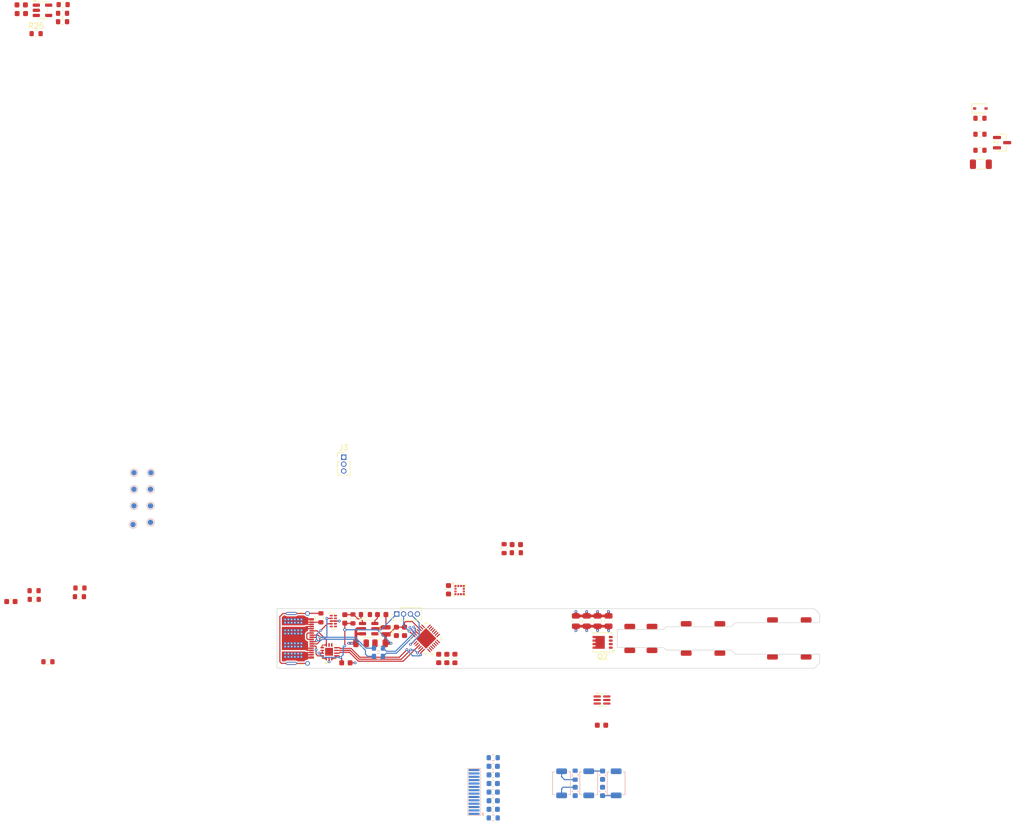
<source format=kicad_pcb>
(kicad_pcb
	(version 20241229)
	(generator "pcbnew")
	(generator_version "9.0")
	(general
		(thickness 1.6)
		(legacy_teardrops no)
	)
	(paper "A4")
	(layers
		(0 "F.Cu" signal)
		(4 "In1.Cu" signal)
		(6 "In2.Cu" signal)
		(2 "B.Cu" signal)
		(9 "F.Adhes" user "F.Adhesive")
		(11 "B.Adhes" user "B.Adhesive")
		(13 "F.Paste" user)
		(15 "B.Paste" user)
		(5 "F.SilkS" user "F.Silkscreen")
		(7 "B.SilkS" user "B.Silkscreen")
		(1 "F.Mask" user)
		(3 "B.Mask" user)
		(17 "Dwgs.User" user "User.Drawings")
		(19 "Cmts.User" user "User.Comments")
		(21 "Eco1.User" user "User.Eco1")
		(23 "Eco2.User" user "User.Eco2")
		(25 "Edge.Cuts" user)
		(27 "Margin" user)
		(31 "F.CrtYd" user "F.Courtyard")
		(29 "B.CrtYd" user "B.Courtyard")
		(35 "F.Fab" user)
		(33 "B.Fab" user)
		(39 "User.1" user)
		(41 "User.2" user)
		(43 "User.3" user)
		(45 "User.4" user)
	)
	(setup
		(stackup
			(layer "F.SilkS"
				(type "Top Silk Screen")
				(color "Black")
			)
			(layer "F.Paste"
				(type "Top Solder Paste")
			)
			(layer "F.Mask"
				(type "Top Solder Mask")
				(color "White")
				(thickness 0.01)
			)
			(layer "F.Cu"
				(type "copper")
				(thickness 0.035)
			)
			(layer "dielectric 1"
				(type "prepreg")
				(thickness 0.1)
				(material "FR4")
				(epsilon_r 4.5)
				(loss_tangent 0.02)
			)
			(layer "In1.Cu"
				(type "copper")
				(thickness 0.035)
			)
			(layer "dielectric 2"
				(type "core")
				(thickness 1.24)
				(material "FR4")
				(epsilon_r 4.5)
				(loss_tangent 0.02)
			)
			(layer "In2.Cu"
				(type "copper")
				(thickness 0.035)
			)
			(layer "dielectric 3"
				(type "prepreg")
				(thickness 0.1)
				(material "FR4")
				(epsilon_r 4.5)
				(loss_tangent 0.02)
			)
			(layer "B.Cu"
				(type "copper")
				(thickness 0.035)
			)
			(layer "B.Mask"
				(type "Bottom Solder Mask")
				(thickness 0.01)
			)
			(layer "B.Paste"
				(type "Bottom Solder Paste")
			)
			(layer "B.SilkS"
				(type "Bottom Silk Screen")
			)
			(copper_finish "None")
			(dielectric_constraints no)
		)
		(pad_to_mask_clearance 0)
		(allow_soldermask_bridges_in_footprints no)
		(tenting front back)
		(grid_origin 100.5 158.2)
		(pcbplotparams
			(layerselection 0x00000000_00000000_55555555_5755f5ff)
			(plot_on_all_layers_selection 0x00000000_00000000_00000000_00000000)
			(disableapertmacros no)
			(usegerberextensions no)
			(usegerberattributes yes)
			(usegerberadvancedattributes yes)
			(creategerberjobfile yes)
			(dashed_line_dash_ratio 12.000000)
			(dashed_line_gap_ratio 3.000000)
			(svgprecision 4)
			(plotframeref no)
			(mode 1)
			(useauxorigin no)
			(hpglpennumber 1)
			(hpglpenspeed 20)
			(hpglpendiameter 15.000000)
			(pdf_front_fp_property_popups yes)
			(pdf_back_fp_property_popups yes)
			(pdf_metadata yes)
			(pdf_single_document no)
			(dxfpolygonmode yes)
			(dxfimperialunits yes)
			(dxfusepcbnewfont yes)
			(psnegative no)
			(psa4output no)
			(plot_black_and_white yes)
			(sketchpadsonfab no)
			(plotpadnumbers no)
			(hidednponfab no)
			(sketchdnponfab yes)
			(crossoutdnponfab yes)
			(subtractmaskfromsilk no)
			(outputformat 1)
			(mirror no)
			(drillshape 1)
			(scaleselection 1)
			(outputdirectory "")
		)
	)
	(net 0 "")
	(net 1 "+3.3V")
	(net 2 "GND")
	(net 3 "VBUS")
	(net 4 "Net-(U4-SW)")
	(net 5 "Net-(U4-BST)")
	(net 6 "Net-(U4-FB)")
	(net 7 "/NRST")
	(net 8 "/BTN1")
	(net 9 "/BTN2")
	(net 10 "/TC_FB")
	(net 11 "/SHUNT_L")
	(net 12 "/BOOTSEL")
	(net 13 "Net-(C27-Pad2)")
	(net 14 "Net-(D1-A)")
	(net 15 "/SCL")
	(net 16 "/DISP_NRST")
	(net 17 "/SDA")
	(net 18 "Net-(R7-Pad2)")
	(net 19 "/TIP_H")
	(net 20 "/SWDIO")
	(net 21 "/D-")
	(net 22 "/D+")
	(net 23 "/HEATER_ON")
	(net 24 "/CURR_FB")
	(net 25 "/VBUS_FB")
	(net 26 "/TIP_K")
	(net 27 "/NTC")
	(net 28 "/PA15")
	(net 29 "/PD0")
	(net 30 "/PD1")
	(net 31 "/CC2")
	(net 32 "/CC1")
	(net 33 "/LED_RING")
	(net 34 "/ACC_INT1")
	(net 35 "/SWCLK")
	(net 36 "/INT_N")
	(net 37 "/ACC_INT2")
	(net 38 "/PB3")
	(net 39 "Net-(J4-Pin_13)")
	(net 40 "Net-(J4-Pin_2)")
	(net 41 "Net-(J4-Pin_1)")
	(net 42 "Net-(J4-Pin_4)")
	(net 43 "Net-(J4-Pin_3)")
	(net 44 "Net-(J4-Pin_14)")
	(net 45 "Net-(U7--)")
	(net 46 "Net-(J1-SHIELD)")
	(net 47 "unconnected-(J4-Pin_6-Pad6)")
	(net 48 "Net-(J4-Pin_12)")
	(net 49 "Net-(Q1-E)")
	(net 50 "Net-(Q1-B)")
	(net 51 "/PA5")
	(net 52 "Net-(U7-+)")
	(net 53 "unconnected-(U5-~{CS}-Pad10)")
	(net 54 "/JDP")
	(net 55 "/JDN")
	(net 56 "unconnected-(U3-NC-Pad6)")
	(net 57 "unconnected-(U3-NC-Pad10)")
	(net 58 "unconnected-(U3-NC-Pad7)")
	(net 59 "unconnected-(U3-NC-Pad9)")
	(net 60 "Net-(J4-Pin_9)")
	(net 61 "Net-(U1-VDDA)")
	(footprint "Capacitor_SMD:C_0603_1608Metric" (layer "F.Cu") (at 144.6 135.4))
	(footprint "Connector_Wire:SolderWirePad_1x01_SMD_1x2mm" (layer "F.Cu") (at 169.6 150.5 90))
	(footprint "Capacitor_SMD:C_0603_1608Metric" (layer "F.Cu") (at 122.5 151.4 -90))
	(footprint "Resistor_SMD:R_0603_1608Metric" (layer "F.Cu") (at 142.35 136.15 -90))
	(footprint "Package_SON:USON-10_2.5x1.0mm_P0.5mm" (layer "F.Cu") (at 110.885 149.5))
	(footprint "Connector_Wire:SolderWirePad_1x01_SMD_1x2mm" (layer "F.Cu") (at 182.1 155.4 90))
	(footprint "Resistor_SMD:R_0603_1608Metric" (layer "F.Cu") (at 61 39))
	(footprint "Resistor_SMD:R_0603_1608Metric" (layer "F.Cu") (at 64.1 145))
	(footprint "Capacitor_SMD:C_0805_2012Metric" (layer "F.Cu") (at 161.6 149.5 90))
	(footprint "Connector_Wire:SolderWirePad_1x01_SMD_1x2mm" (layer "F.Cu") (at 198 156.1 90))
	(footprint "Package_TO_SOT_SMD:SOT-363_SC-70-6" (layer "F.Cu") (at 160.3875 164.05))
	(footprint "Inductor_SMD:L_Changjiang_FTC201607S" (layer "F.Cu") (at 120.6 151.3 -90))
	(footprint "Resistor_SMD:R_0603_1608Metric" (layer "F.Cu") (at 55.775 145.5))
	(footprint "Connector_Wire:SolderWirePad_1x01_SMD_1x2mm" (layer "F.Cu") (at 175.9 150 90))
	(footprint "Resistor_SMD:R_0603_1608Metric" (layer "F.Cu") (at 61 37.45))
	(footprint "Package_TO_SOT_SMD:SOT-23-5" (layer "F.Cu") (at 57.3 36.9))
	(footprint "Capacitor_SMD:C_0805_2012Metric" (layer "F.Cu") (at 159.57 149.5 90))
	(footprint "Connector_Wire:SolderWirePad_1x01_SMD_1x2mm" (layer "F.Cu") (at 191.8 156.1 90))
	(footprint "Capacitor_SMD:C_0603_1608Metric" (layer "F.Cu") (at 131.8 156.4 -90))
	(footprint "Connector_Wire:SolderWirePad_1x01_SMD_1x2mm" (layer "F.Cu") (at 169.6 154.9 90))
	(footprint "Connector_USB:USB_C_Receptacle_G-Switch_GT-USB-7025" (layer "F.Cu") (at 103.439427 152.7 -90))
	(footprint "Connector_Wire:SolderWirePad_1x01_SMD_1x2mm" (layer "F.Cu") (at 165.5 150.5 90))
	(footprint "Resistor_SMD:R_0603_1608Metric" (layer "F.Cu") (at 114.5 149.1 90))
	(footprint "Connector_Wire:SolderWirePad_1x01_SMD_1x2mm" (layer "F.Cu") (at 165.5 154.9 90))
	(footprint "Resistor_SMD:R_0603_1608Metric" (layer "F.Cu") (at 230.025 59.75))
	(footprint "Capacitor_SMD:C_0805_2012Metric" (layer "F.Cu") (at 155.57 149.5 90))
	(footprint "Capacitor_SMD:C_0603_1608Metric" (layer "F.Cu") (at 130.3 156.4 -90))
	(footprint "Resistor_SMD:R_1206_3216Metric" (layer "F.Cu") (at 230.1925 65.28))
	(footprint "Connector_PinHeader_1.27mm:PinHeader_1x03_P1.27mm_Vertical" (layer "F.Cu") (at 112.8 119.3))
	(footprint "Capacitor_SMD:C_0805_2012Metric" (layer "F.Cu") (at 157.57 149.5 90))
	(footprint "Resistor_SMD:R_0603_1608Metric" (layer "F.Cu") (at 144.6 136.9))
	(footprint "Capacitor_SMD:C_0805_2012Metric" (layer "F.Cu") (at 119.5 153.6 180))
	(footprint "Capacitor_SMD:C_0603_1608Metric" (layer "F.Cu") (at 113 149.1 90))
	(footprint "Package_TO_SOT_SMD:TSOT-23-6" (layer "F.Cu") (at 117.4 150.9))
	(footprint "Package_LGA:LGA-12_2x2mm_P0.5mm" (layer "F.Cu") (at 134.153482 143.790903))
	(footprint "Package_DFN_QFN:WQFN-28-1EP_4x4mm_P0.4mm_EP2.7x2.7mm" (layer "F.Cu") (at 127.960831 152.7 135))
	(footprint "Resistor_SMD:R_0603_1608Metric" (layer "F.Cu") (at 64.2 143.4))
	(footprint "Connector_Wire:SolderWirePad_1x01_SMD_1x2mm" (layer "F.Cu") (at 198 149.3 90))
	(footprint "Connector_PinHeader_1.27mm:PinHeader_1x04_P1.27mm_Vertical" (layer "F.Cu") (at 122.56 148.2 90))
	(footprint "Connector_Wire:SolderWirePad_1x01_SMD_1x2mm" (layer "F.Cu") (at 175.9 155.4 90))
	(footprint "Capacitor_SMD:C_0603_1608Metric" (layer "F.Cu") (at 132.103482 143.728403 90))
	(footprint "MountingHole:MountingHole_2.2mm_M2" (layer "F.Cu") (at 125.1 142.7))
	(footprint "Resistor_SMD:R_0603_1608Metric" (layer "F.Cu") (at 55.75 143.9))
	(footprint "Capacitor_SMD:C_0603_1608Metric" (layer "F.Cu") (at 124 151.4 -90))
	(footprint "Resistor_SMD:R_0603_1608Metric" (layer "F.Cu") (at 116.8 148.3))
	(footprint "Resistor_SMD:R_0603_1608Metric" (layer "F.Cu") (at 230.025 56.8))
	(footprint "Capacitor_SMD:C_0603_1608Metric" (layer "F.Cu") (at 113.2 157.2))
	(footprint "Connector_Wire:SolderWirePad_1x01_SMD_1x2mm" (layer "F.Cu") (at 182.1 150 90))
	(footprint "Capacitor_SMD:C_0603_1608Metric" (layer "F.Cu") (at 53.375 35.9))
	(footprint "Capacitor_SMD:C_0603_1608Metric" (layer "F.Cu") (at 119.8 148.3 180))
	(footprint "Package_TO_SOT_SMD:SOT-23" (layer "F.Cu") (at 234.1 61.3))
	(footprint "Resistor_SMD:R_0603_1608Metric"
		(layer "F.Cu")
		(uuid "c1c72d86-3eb3-431c-81e8-23cacfa50658")
		(at 58.3 157)
		(descr "Resistor SMD 0603 (1608 Metric), square (rectangular) end terminal, IPC-7351 nominal, (Body size source: IPC-SM-782 page 72, https://www.pcb-3d.com/wordpress/wp-content/uploads/ipc-sm-782a_amendment_1_and_2.pdf), generated with kicad-footprint-generator")
		(tags "resistor")
		(property "Reference" "R6"
			(at 0 -1.43 0)
			(layer "F.SilkS")
			(hide yes)
			(uuid "38a81788-1c28-442e-bca8-b3d37d20d126")
			(effects
				(font
					(size 1 1)
					(thickness 0.15)
				)
			)
		)
		(property "Value" "5.1k"
			(at 0 1.43 0)
			(layer "F.Fab")
			(uuid "e9bd63ce-294d-479d-9ff8-54eb22d5df17")
			(effects
				(font
					(size 1 1)
					(thickness 0.15)
				)
			)
		)
		(property "Datasheet" "~"
			(at 0 0 0)
			(layer "F.Fab")
			(hide yes)
			(uuid "f110666e-5be8-490f-9c7b-6184201cb79a")
			(effects
				(font
					(size 1.27 1.
... [283565 chars truncated]
</source>
